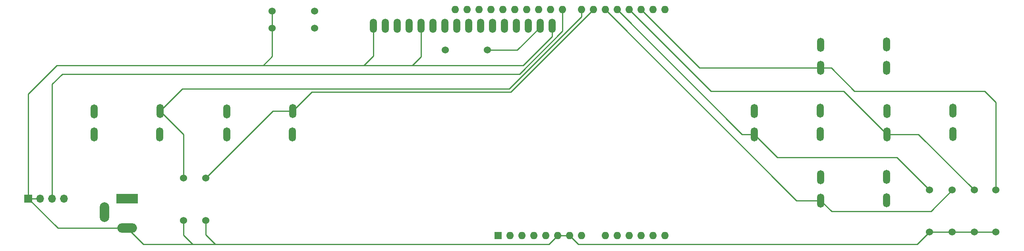
<source format=gbr>
%TF.GenerationSoftware,KiCad,Pcbnew,7.0.8*%
%TF.CreationDate,2023-11-30T13:58:35-08:00*%
%TF.ProjectId,LED_matrix,4c45445f-6d61-4747-9269-782e6b696361,rev?*%
%TF.SameCoordinates,Original*%
%TF.FileFunction,Copper,L2,Bot*%
%TF.FilePolarity,Positive*%
%FSLAX46Y46*%
G04 Gerber Fmt 4.6, Leading zero omitted, Abs format (unit mm)*
G04 Created by KiCad (PCBNEW 7.0.8) date 2023-11-30 13:58:35*
%MOMM*%
%LPD*%
G01*
G04 APERTURE LIST*
%TA.AperFunction,ComponentPad*%
%ADD10O,1.524000X3.000000*%
%TD*%
%TA.AperFunction,ComponentPad*%
%ADD11O,1.508000X3.016000*%
%TD*%
%TA.AperFunction,ComponentPad*%
%ADD12O,2.000000X4.200000*%
%TD*%
%TA.AperFunction,ComponentPad*%
%ADD13O,4.200000X2.000000*%
%TD*%
%TA.AperFunction,ComponentPad*%
%ADD14R,4.600000X2.000000*%
%TD*%
%TA.AperFunction,ComponentPad*%
%ADD15C,1.524000*%
%TD*%
%TA.AperFunction,ComponentPad*%
%ADD16O,1.700000X1.700000*%
%TD*%
%TA.AperFunction,ComponentPad*%
%ADD17R,1.700000X1.700000*%
%TD*%
%TA.AperFunction,ComponentPad*%
%ADD18R,1.600000X1.600000*%
%TD*%
%TA.AperFunction,ComponentPad*%
%ADD19O,1.600000X1.600000*%
%TD*%
%TA.AperFunction,Conductor*%
%ADD20C,0.250000*%
%TD*%
G04 APERTURE END LIST*
D10*
%TO.P,J5,1,Pin_1*%
%TO.N,/5V*%
X172860000Y-38130000D03*
%TO.P,J5,2,Pin_2*%
%TO.N,unconnected-(J5-Pin_2-Pad2)*%
X186870000Y-38100000D03*
%TO.P,J5,3,Pin_3*%
%TO.N,/Green_btn*%
X172820000Y-43110000D03*
%TO.P,J5,4,Pin_4*%
%TO.N,unconnected-(J5-Pin_4-Pad4)*%
X186870000Y-43060000D03*
%TD*%
%TO.P,J1,1,Pin_1*%
%TO.N,/5V*%
X32000000Y-29020000D03*
%TO.P,J1,2,Pin_2*%
%TO.N,unconnected-(J1-Pin_2-Pad2)*%
X17990000Y-29050000D03*
%TO.P,J1,3,Pin_3*%
%TO.N,/Black_btn*%
X32040000Y-24040000D03*
%TO.P,J1,4,Pin_4*%
%TO.N,unconnected-(J1-Pin_4-Pad4)*%
X17990000Y-24090000D03*
%TD*%
%TO.P,J4,1,Pin_1*%
%TO.N,/5V*%
X187000000Y-24000000D03*
%TO.P,J4,2,Pin_2*%
%TO.N,unconnected-(J4-Pin_2-Pad2)*%
X201010000Y-23970000D03*
%TO.P,J4,3,Pin_3*%
%TO.N,/Red_btn*%
X186960000Y-28980000D03*
%TO.P,J4,4,Pin_4*%
%TO.N,unconnected-(J4-Pin_4-Pad4)*%
X201010000Y-28930000D03*
%TD*%
%TO.P,J6,1,Pin_1*%
%TO.N,/5V*%
X158720000Y-24000000D03*
%TO.P,J6,2,Pin_2*%
%TO.N,unconnected-(J6-Pin_2-Pad2)*%
X172730000Y-23970000D03*
%TO.P,J6,3,Pin_3*%
%TO.N,/Blue_btn*%
X158680000Y-28980000D03*
%TO.P,J6,4,Pin_4*%
%TO.N,unconnected-(J6-Pin_4-Pad4)*%
X172730000Y-28930000D03*
%TD*%
%TO.P,J2,1,Pin_1*%
%TO.N,/5V*%
X60280000Y-29020000D03*
%TO.P,J2,2,Pin_2*%
%TO.N,unconnected-(J2-Pin_2-Pad2)*%
X46270000Y-29050000D03*
%TO.P,J2,3,Pin_3*%
%TO.N,/White_btn*%
X60320000Y-24040000D03*
%TO.P,J2,4,Pin_4*%
%TO.N,unconnected-(J2-Pin_4-Pad4)*%
X46270000Y-24090000D03*
%TD*%
%TO.P,J3,1,Pin_1*%
%TO.N,/5V*%
X172860000Y-9840000D03*
%TO.P,J3,2,Pin_2*%
%TO.N,unconnected-(J3-Pin_2-Pad2)*%
X186870000Y-9810000D03*
%TO.P,J3,3,Pin_3*%
%TO.N,/Yellow_btn*%
X172820000Y-14820000D03*
%TO.P,J3,4,Pin_4*%
%TO.N,unconnected-(J3-Pin_4-Pad4)*%
X186870000Y-14770000D03*
%TD*%
D11*
%TO.P,DIS1,P$1*%
%TO.N,/GND*%
X77500000Y-5800000D03*
%TO.P,DIS1,P$2*%
%TO.N,/5V*%
X80040000Y-5800000D03*
%TO.P,DIS1,P$3*%
%TO.N,/Vo*%
X82580000Y-5800000D03*
%TO.P,DIS1,P$4*%
%TO.N,/RS*%
X85120000Y-5800000D03*
%TO.P,DIS1,P$5*%
%TO.N,/GND*%
X87660000Y-5800000D03*
%TO.P,DIS1,P$6*%
%TO.N,/EN*%
X90200000Y-5800000D03*
%TO.P,DIS1,P$7*%
%TO.N,unconnected-(DIS1-PadP$7)*%
X92740000Y-5800000D03*
%TO.P,DIS1,P$8*%
%TO.N,unconnected-(DIS1-PadP$8)*%
X95280000Y-5800000D03*
%TO.P,DIS1,P$9*%
%TO.N,unconnected-(DIS1-PadP$9)*%
X97820000Y-5800000D03*
%TO.P,DIS1,P$10*%
%TO.N,unconnected-(DIS1-PadP$10)*%
X100360000Y-5800000D03*
%TO.P,DIS1,P$11*%
%TO.N,/DB4*%
X102900000Y-5800000D03*
%TO.P,DIS1,P$12*%
%TO.N,/DB5*%
X105440000Y-5800000D03*
%TO.P,DIS1,P$13*%
%TO.N,/DB6*%
X107980000Y-5800000D03*
%TO.P,DIS1,P$14*%
%TO.N,/DB7*%
X110520000Y-5800000D03*
%TO.P,DIS1,P$15*%
%TO.N,Net-(DIS1-PadP$15)*%
X113060000Y-5800000D03*
%TO.P,DIS1,P$16*%
%TO.N,/GND*%
X115600000Y-5800000D03*
%TD*%
D12*
%TO.P,J7,3*%
%TO.N,N/C*%
X20200000Y-45590000D03*
D13*
%TO.P,J7,2*%
%TO.N,/GND*%
X25000000Y-48990000D03*
D14*
%TO.P,J7,1*%
%TO.N,/12V*%
X25000000Y-42690000D03*
%TD*%
D15*
%TO.P,R8,1*%
%TO.N,/GND*%
X55940000Y-6315000D03*
%TO.P,R8,2*%
%TO.N,/Vo*%
X64940000Y-6315000D03*
%TD*%
%TO.P,R2,1*%
%TO.N,/GND*%
X41740000Y-47350000D03*
%TO.P,R2,2*%
%TO.N,/White_btn*%
X41740000Y-38350000D03*
%TD*%
D16*
%TO.P,J8,4,Pin_4*%
%TO.N,/12V*%
X11590000Y-42690000D03*
%TO.P,J8,3,Pin_3*%
%TO.N,/LED_data*%
X9050000Y-42690000D03*
%TO.P,J8,2,Pin_2*%
%TO.N,/GND*%
X6510000Y-42690000D03*
D17*
%TO.P,J8,1,Pin_1*%
X3970000Y-42690000D03*
%TD*%
D15*
%TO.P,R6,1*%
%TO.N,/GND*%
X196080000Y-49880000D03*
%TO.P,R6,2*%
%TO.N,/Blue_btn*%
X196080000Y-40880000D03*
%TD*%
%TO.P,R7,1*%
%TO.N,/5V*%
X92800000Y-11000000D03*
%TO.P,R7,2*%
%TO.N,Net-(DIS1-PadP$15)*%
X101800000Y-11000000D03*
%TD*%
D18*
%TO.P,A1,1,NC*%
%TO.N,unconnected-(A1-NC-Pad1)*%
X104110000Y-50625000D03*
D19*
%TO.P,A1,2,IOREF*%
%TO.N,unconnected-(A1-IOREF-Pad2)*%
X106650000Y-50625000D03*
%TO.P,A1,3,~{RESET}*%
%TO.N,unconnected-(A1-~{RESET}-Pad3)*%
X109190000Y-50625000D03*
%TO.P,A1,4,3V3*%
%TO.N,unconnected-(A1-3V3-Pad4)*%
X111730000Y-50625000D03*
%TO.P,A1,5,+5V*%
%TO.N,/5V*%
X114270000Y-50625000D03*
%TO.P,A1,6,GND*%
%TO.N,/GND*%
X116810000Y-50625000D03*
%TO.P,A1,7,GND*%
X119350000Y-50625000D03*
%TO.P,A1,8,VIN*%
%TO.N,/12V*%
X121890000Y-50625000D03*
%TO.P,A1,9,A0*%
%TO.N,unconnected-(A1-A0-Pad9)*%
X126970000Y-50625000D03*
%TO.P,A1,10,A1*%
%TO.N,unconnected-(A1-A1-Pad10)*%
X129510000Y-50625000D03*
%TO.P,A1,11,A2*%
%TO.N,unconnected-(A1-A2-Pad11)*%
X132050000Y-50625000D03*
%TO.P,A1,12,A3*%
%TO.N,unconnected-(A1-A3-Pad12)*%
X134590000Y-50625000D03*
%TO.P,A1,13,SDA/A4*%
%TO.N,unconnected-(A1-SDA{slash}A4-Pad13)*%
X137130000Y-50625000D03*
%TO.P,A1,14,SCL/A5*%
%TO.N,unconnected-(A1-SCL{slash}A5-Pad14)*%
X139670000Y-50625000D03*
%TO.P,A1,15,D0/RX*%
%TO.N,unconnected-(A1-D0{slash}RX-Pad15)*%
X139670000Y-2365000D03*
%TO.P,A1,16,D1/TX*%
%TO.N,/RS*%
X137130000Y-2365000D03*
%TO.P,A1,17,D2*%
%TO.N,/Yellow_btn*%
X134590000Y-2365000D03*
%TO.P,A1,18,D3*%
%TO.N,/Red_btn*%
X132050000Y-2365000D03*
%TO.P,A1,19,D4*%
%TO.N,/Blue_btn*%
X129510000Y-2365000D03*
%TO.P,A1,20,D5*%
%TO.N,/Green_btn*%
X126970000Y-2365000D03*
%TO.P,A1,21,D6*%
%TO.N,/White_btn*%
X124430000Y-2365000D03*
%TO.P,A1,22,D7*%
%TO.N,/Black_btn*%
X121890000Y-2365000D03*
%TO.P,A1,23,D8*%
%TO.N,/LED_data*%
X117830000Y-2365000D03*
%TO.P,A1,24,D9*%
%TO.N,/DB7*%
X115290000Y-2365000D03*
%TO.P,A1,25,D10*%
%TO.N,/DB6*%
X112750000Y-2365000D03*
%TO.P,A1,26,D11*%
%TO.N,/DB5*%
X110210000Y-2365000D03*
%TO.P,A1,27,D12*%
%TO.N,/DB4*%
X107670000Y-2365000D03*
%TO.P,A1,28,D13*%
%TO.N,/EN*%
X105130000Y-2365000D03*
%TO.P,A1,29,GND*%
%TO.N,unconnected-(A1-GND-Pad29)*%
X102590000Y-2365000D03*
%TO.P,A1,30,AREF*%
%TO.N,unconnected-(A1-AREF-Pad30)*%
X100050000Y-2365000D03*
%TO.P,A1,31,SDA/A4*%
%TO.N,unconnected-(A1-SDA{slash}A4-Pad31)*%
X97510000Y-2365000D03*
%TO.P,A1,32,SCL/A5*%
%TO.N,unconnected-(A1-SCL{slash}A5-Pad32)*%
X94970000Y-2365000D03*
%TD*%
D15*
%TO.P,R1,1*%
%TO.N,/GND*%
X37020000Y-47350000D03*
%TO.P,R1,2*%
%TO.N,/Black_btn*%
X37020000Y-38350000D03*
%TD*%
%TO.P,R9,1*%
%TO.N,/GND*%
X55950000Y-2655000D03*
%TO.P,R9,2*%
%TO.N,/Vo*%
X64950000Y-2655000D03*
%TD*%
%TO.P,R4,1*%
%TO.N,/GND*%
X205590000Y-49865000D03*
%TO.P,R4,2*%
%TO.N,/Red_btn*%
X205590000Y-40865000D03*
%TD*%
%TO.P,R3,1*%
%TO.N,/GND*%
X210210000Y-49880000D03*
%TO.P,R3,2*%
%TO.N,/Yellow_btn*%
X210210000Y-40880000D03*
%TD*%
%TO.P,R5,1*%
%TO.N,/GND*%
X200900000Y-49880000D03*
%TO.P,R5,2*%
%TO.N,/Green_btn*%
X200900000Y-40880000D03*
%TD*%
D20*
%TO.N,/LED_data*%
X9050000Y-42690000D02*
X9050000Y-18280000D01*
X9050000Y-18280000D02*
X11210000Y-16120000D01*
X11210000Y-16120000D02*
X108630000Y-16120000D01*
X108630000Y-16120000D02*
X117830000Y-6920000D01*
X117830000Y-6920000D02*
X117830000Y-2365000D01*
%TO.N,/GND*%
X3970000Y-42690000D02*
X6510000Y-42690000D01*
%TO.N,/5V*%
X80040000Y-5800000D02*
X80040000Y-5900000D01*
X80040000Y-6150000D02*
X80040000Y-5800000D01*
%TO.N,/Black_btn*%
X32040000Y-24040000D02*
X37020000Y-29020000D01*
X32040000Y-24040000D02*
X36800000Y-19280000D01*
X36800000Y-19280000D02*
X106490000Y-19280000D01*
X106490000Y-19280000D02*
X121890000Y-3880000D01*
X37020000Y-29020000D02*
X37020000Y-38350000D01*
X121890000Y-3880000D02*
X121890000Y-2365000D01*
%TO.N,/GND*%
X3970000Y-42690000D02*
X3970000Y-20360000D01*
X210175000Y-49875000D02*
X210190000Y-49890000D01*
X3970000Y-20360000D02*
X10050000Y-14280000D01*
X205590000Y-49865000D02*
X210195000Y-49865000D01*
X119350000Y-50625000D02*
X121225000Y-52500000D01*
X10270000Y-48990000D02*
X10770000Y-48990000D01*
X87660000Y-12420000D02*
X85800000Y-14280000D01*
X37020000Y-50510000D02*
X37020000Y-47350000D01*
X55940000Y-6315000D02*
X55940000Y-12360000D01*
X115600000Y-8100000D02*
X115600000Y-5800000D01*
X77500000Y-5800000D02*
X77500000Y-5340000D01*
X116810000Y-50625000D02*
X114945000Y-52490000D01*
X43840000Y-52490000D02*
X43660000Y-52490000D01*
X43660000Y-52490000D02*
X39000000Y-52490000D01*
X119350000Y-50625000D02*
X116810000Y-50625000D01*
X54020000Y-14280000D02*
X75500000Y-14280000D01*
X77500000Y-5800000D02*
X77500000Y-12280000D01*
X200900000Y-49880000D02*
X205575000Y-49880000D01*
X85800000Y-14280000D02*
X109420000Y-14280000D01*
X39000000Y-52490000D02*
X28960000Y-52490000D01*
X193460000Y-52500000D02*
X196080000Y-49880000D01*
X28500000Y-52490000D02*
X28960000Y-52490000D01*
X114945000Y-52490000D02*
X43840000Y-52490000D01*
X196080000Y-49880000D02*
X200900000Y-49880000D01*
X210195000Y-49865000D02*
X210210000Y-49880000D01*
X87660000Y-5430000D02*
X87660000Y-5800000D01*
X205555000Y-49890000D02*
X205570000Y-49875000D01*
X87660000Y-5800000D02*
X87660000Y-12420000D01*
X55950000Y-2655000D02*
X55950000Y-6305000D01*
X77500000Y-12280000D02*
X75500000Y-14280000D01*
X37020000Y-50510000D02*
X39000000Y-52490000D01*
X196060000Y-49890000D02*
X196050000Y-49890000D01*
X55940000Y-12360000D02*
X54020000Y-14280000D01*
X25000000Y-48990000D02*
X10770000Y-48990000D01*
X55950000Y-6305000D02*
X55940000Y-6315000D01*
X205575000Y-49880000D02*
X205590000Y-49865000D01*
X75500000Y-14280000D02*
X85800000Y-14280000D01*
X43840000Y-52490000D02*
X41740000Y-50390000D01*
X41740000Y-50390000D02*
X41740000Y-47350000D01*
X25000000Y-48990000D02*
X28500000Y-52490000D01*
X109420000Y-14280000D02*
X115600000Y-8100000D01*
X10050000Y-14280000D02*
X54020000Y-14280000D01*
X3970000Y-42690000D02*
X10270000Y-48990000D01*
X121225000Y-52500000D02*
X193460000Y-52500000D01*
%TO.N,/White_btn*%
X60320000Y-24040000D02*
X64410000Y-19950000D01*
X64410000Y-19950000D02*
X106845000Y-19950000D01*
X41740000Y-38350000D02*
X56050000Y-24040000D01*
X56050000Y-24040000D02*
X60320000Y-24040000D01*
X106845000Y-19950000D02*
X124430000Y-2365000D01*
%TO.N,/Yellow_btn*%
X147050000Y-14820000D02*
X134595000Y-2365000D01*
X207840000Y-19780000D02*
X180050000Y-19780000D01*
X180050000Y-19780000D02*
X175090000Y-14820000D01*
X172820000Y-14820000D02*
X147050000Y-14820000D01*
X134595000Y-2365000D02*
X134590000Y-2365000D01*
X210210000Y-22150000D02*
X207840000Y-19780000D01*
X210210000Y-40880000D02*
X210210000Y-22150000D01*
X175090000Y-14820000D02*
X172820000Y-14820000D01*
%TO.N,/Red_btn*%
X149470000Y-19790000D02*
X132050000Y-2370000D01*
X205590000Y-40865000D02*
X193705000Y-28980000D01*
X186960000Y-28980000D02*
X177770000Y-19790000D01*
X132050000Y-2370000D02*
X132050000Y-2365000D01*
X177770000Y-19790000D02*
X149470000Y-19790000D01*
X193705000Y-28980000D02*
X186960000Y-28980000D01*
%TO.N,/Green_btn*%
X126970000Y-2370000D02*
X126970000Y-2365000D01*
X172820000Y-43110000D02*
X167710000Y-43110000D01*
X196340000Y-45450000D02*
X175180000Y-45450000D01*
X200900000Y-40890000D02*
X196340000Y-45450000D01*
X175180000Y-45450000D02*
X172840000Y-43110000D01*
X167710000Y-43110000D02*
X126970000Y-2370000D01*
%TO.N,/Blue_btn*%
X158680000Y-28980000D02*
X156120000Y-28980000D01*
X129510000Y-2370000D02*
X129510000Y-2365000D01*
X156120000Y-28980000D02*
X129510000Y-2370000D01*
X196080000Y-40880000D02*
X189130000Y-33930000D01*
X163630000Y-33930000D02*
X158680000Y-28980000D01*
X189130000Y-33930000D02*
X163630000Y-33930000D01*
%TO.N,Net-(DIS1-PadP$15)*%
X113060000Y-6120000D02*
X113060000Y-5800000D01*
X113060000Y-5890000D02*
X113060000Y-5800000D01*
X108180000Y-11000000D02*
X113060000Y-6120000D01*
X101800000Y-11000000D02*
X108180000Y-11000000D01*
%TD*%
M02*

</source>
